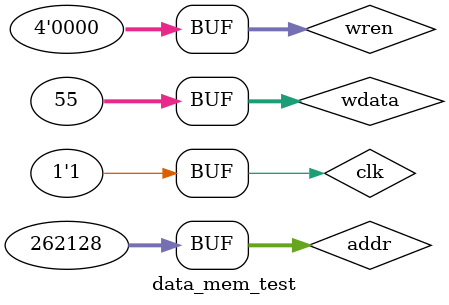
<source format=v>
`timescale 1ns / 1ps


module data_mem_test;

	// Inputs
	reg clk;
	reg [31:0] addr;
	reg [31:0] wdata;
	reg [3:0] wren;

	// Outputs
	wire [31:0] rdata;

	// Instantiate the Unit Under Test (UUT)
	data_memory uut (
		.clk(clk), 
		.addr(addr), 
		.rdata(rdata), 
		.wdata(wdata), 
		.wren(wren)
	);

	initial begin
		// Initialize Inputs
		clk = 0;
		addr = 0;
		wdata = 0;
		wren = 0;

		// Wait 100 ns for global reset to finish
		#100;
        
        addr = 65532*4;
        wdata=125;
        wren=1;
        
        clk = 1;
        
        
        #100;
        clk = 0;
        
        #100;
        addr = 65530*4;
        wdata=55;
        
        clk = 1;
        
        
        #100;
        clk = 0;
        
        
        
        #100;
        wren = 0;
        clk = 1;
        addr=65532*4;
        
		// Add stimulus here

	end
      
endmodule


</source>
